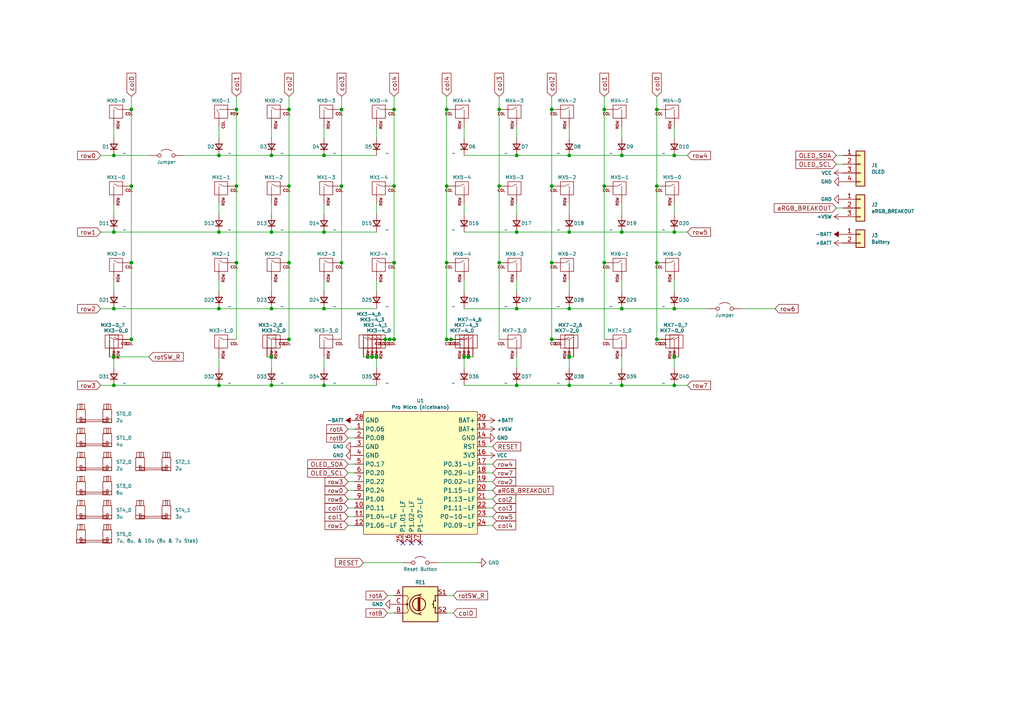
<source format=kicad_sch>
(kicad_sch (version 20230121) (generator eeschema)
  (paper "A4")
  (junction (at 93.98 111.76))
  (junction (at 83.82 76.2))
  (junction (at 107.95 103.505))
  (junction (at 38.1 76.2))
  (junction (at 149.86 67.31))
  (junction (at 149.86 111.76))
  (junction (at 33.02 111.76))
  (junction (at 175.26 76.2))
  (junction (at 144.78 31.75))
  (junction (at 190.5 98.425))
  (junction (at 180.34 67.31))
  (junction (at 165.1 103.505))
  (junction (at 180.34 89.535))
  (junction (at 93.98 67.31))
  (junction (at 63.5 89.535))
  (junction (at 149.86 89.535))
  (junction (at 144.78 53.975))
  (junction (at 129.54 76.2))
  (junction (at 129.54 98.425))
  (junction (at 99.06 31.75))
  (junction (at 190.5 53.975))
  (junction (at 111.76 98.425))
  (junction (at 93.98 89.535))
  (junction (at 106.68 103.505))
  (junction (at 195.58 67.31))
  (junction (at 149.86 45.085))
  (junction (at 68.58 53.975))
  (junction (at 114.3 31.75))
  (junction (at 78.74 89.535))
  (junction (at 114.3 53.975))
  (junction (at 160.02 98.425))
  (junction (at 38.1 53.975))
  (junction (at 83.82 98.425))
  (junction (at 190.5 31.75))
  (junction (at 175.26 31.75))
  (junction (at 33.02 89.535))
  (junction (at 83.82 53.975))
  (junction (at 78.74 45.085))
  (junction (at 78.74 103.505))
  (junction (at 160.02 76.2))
  (junction (at 129.54 53.975))
  (junction (at 134.62 103.505))
  (junction (at 195.58 45.085))
  (junction (at 33.02 103.505))
  (junction (at 33.02 45.085))
  (junction (at 129.54 31.75))
  (junction (at 195.58 89.535))
  (junction (at 109.22 103.505))
  (junction (at 180.34 45.085))
  (junction (at 78.74 67.31))
  (junction (at 114.3 98.425))
  (junction (at 144.78 76.2))
  (junction (at 135.89 103.505))
  (junction (at 165.1 45.085))
  (junction (at 99.06 76.2))
  (junction (at 190.5 76.2))
  (junction (at 195.58 111.76))
  (junction (at 165.1 111.76))
  (junction (at 160.02 31.75))
  (junction (at 130.81 98.425))
  (junction (at 165.1 89.535))
  (junction (at 99.06 53.975))
  (junction (at 78.74 111.76))
  (junction (at 114.3 76.2))
  (junction (at 165.1 67.31))
  (junction (at 38.1 98.425))
  (junction (at 160.02 53.975))
  (junction (at 63.5 67.31))
  (junction (at 63.5 111.76))
  (junction (at 180.34 111.76))
  (junction (at 113.03 98.425))
  (junction (at 83.82 31.75))
  (junction (at 175.26 53.975))
  (junction (at 195.58 103.505))
  (junction (at 38.1 31.75))
  (junction (at 93.98 45.085))
  (junction (at 68.58 76.2))
  (junction (at 63.5 45.085))
  (junction (at 33.02 67.31))
  (junction (at 68.58 31.75))
  (no_connect (at 119.38 157.48))
  (no_connect (at 121.92 157.48))
  (no_connect (at 116.84 157.48))
  (wire (pts (xy 109.22 81.28) (xy 109.22 84.455)))
  (wire (pts (xy 142.875 149.86) (xy 140.97 149.86)))
  (wire (pts (xy 175.26 53.975) (xy 175.26 76.2)))
  (wire (pts (xy 140.97 134.62) (xy 142.875 134.62)))
  (wire (pts (xy 83.82 27.94) (xy 83.82 31.75)))
  (wire (pts (xy 99.06 31.75) (xy 99.06 53.975)))
  (wire (pts (xy 100.965 137.16) (xy 102.87 137.16)))
  (wire (pts (xy 83.82 53.975) (xy 83.82 76.2)))
  (wire (pts (xy 129.54 27.94) (xy 129.54 31.75)))
  (wire (pts (xy 78.74 111.76) (xy 93.98 111.76)))
  (wire (pts (xy 111.76 98.425) (xy 113.03 98.425)))
  (wire (pts (xy 100.965 124.46) (xy 102.87 124.46)))
  (wire (pts (xy 180.34 89.535) (xy 195.58 89.535)))
  (wire (pts (xy 149.86 59.055) (xy 149.86 62.23)))
  (wire (pts (xy 165.1 45.085) (xy 180.34 45.085)))
  (wire (pts (xy 175.26 31.75) (xy 175.26 53.975)))
  (wire (pts (xy 134.62 89.535) (xy 149.86 89.535)))
  (wire (pts (xy 78.74 103.505) (xy 78.74 106.68)))
  (wire (pts (xy 100.965 144.78) (xy 102.87 144.78)))
  (wire (pts (xy 195.58 89.535) (xy 205.105 89.535)))
  (wire (pts (xy 195.58 36.83) (xy 195.58 40.005)))
  (wire (pts (xy 82.55 98.425) (xy 83.82 98.425)))
  (wire (pts (xy 78.74 89.535) (xy 93.98 89.535)))
  (wire (pts (xy 134.62 111.76) (xy 149.86 111.76)))
  (wire (pts (xy 160.02 27.94) (xy 160.02 31.75)))
  (wire (pts (xy 63.5 67.31) (xy 78.74 67.31)))
  (wire (pts (xy 100.965 152.4) (xy 102.87 152.4)))
  (wire (pts (xy 165.1 59.055) (xy 165.1 62.23)))
  (wire (pts (xy 190.5 53.975) (xy 190.5 76.2)))
  (wire (pts (xy 180.34 36.83) (xy 180.34 40.005)))
  (wire (pts (xy 144.78 31.75) (xy 144.78 53.975)))
  (wire (pts (xy 33.02 36.83) (xy 33.02 40.005)))
  (wire (pts (xy 36.83 98.425) (xy 38.1 98.425)))
  (wire (pts (xy 160.02 31.75) (xy 160.02 53.975)))
  (wire (pts (xy 114.3 76.2) (xy 114.3 98.425)))
  (wire (pts (xy 63.5 89.535) (xy 78.74 89.535)))
  (wire (pts (xy 144.78 53.975) (xy 144.78 76.2)))
  (wire (pts (xy 63.5 45.085) (xy 78.74 45.085)))
  (wire (pts (xy 242.57 47.625) (xy 244.475 47.625)))
  (wire (pts (xy 112.395 177.8) (xy 114.3 177.8)))
  (wire (pts (xy 190.5 27.94) (xy 190.5 31.75)))
  (wire (pts (xy 100.965 139.7) (xy 102.87 139.7)))
  (wire (pts (xy 78.74 59.055) (xy 78.74 62.23)))
  (wire (pts (xy 134.62 45.085) (xy 149.86 45.085)))
  (wire (pts (xy 99.06 27.94) (xy 99.06 31.75)))
  (wire (pts (xy 33.02 89.535) (xy 63.5 89.535)))
  (wire (pts (xy 33.02 59.055) (xy 33.02 62.23)))
  (wire (pts (xy 140.97 142.24) (xy 142.875 142.24)))
  (wire (pts (xy 134.62 81.28) (xy 134.62 84.455)))
  (wire (pts (xy 180.34 111.76) (xy 195.58 111.76)))
  (wire (pts (xy 180.34 103.505) (xy 180.34 106.68)))
  (wire (pts (xy 242.57 60.325) (xy 244.475 60.325)))
  (wire (pts (xy 149.86 111.76) (xy 165.1 111.76)))
  (wire (pts (xy 134.62 103.505) (xy 135.89 103.505)))
  (wire (pts (xy 29.21 67.31) (xy 33.02 67.31)))
  (wire (pts (xy 63.5 36.83) (xy 63.5 40.005)))
  (wire (pts (xy 33.02 45.085) (xy 43.18 45.085)))
  (wire (pts (xy 63.5 59.055) (xy 63.5 62.23)))
  (wire (pts (xy 93.98 67.31) (xy 109.22 67.31)))
  (wire (pts (xy 140.97 129.54) (xy 142.875 129.54)))
  (wire (pts (xy 68.58 76.2) (xy 68.58 98.425)))
  (wire (pts (xy 160.02 98.425) (xy 161.29 98.425)))
  (wire (pts (xy 38.1 53.975) (xy 38.1 76.2)))
  (wire (pts (xy 129.54 177.8) (xy 131.445 177.8)))
  (wire (pts (xy 33.02 111.76) (xy 63.5 111.76)))
  (wire (pts (xy 100.965 127) (xy 102.87 127)))
  (wire (pts (xy 93.98 81.28) (xy 93.98 84.455)))
  (wire (pts (xy 190.5 31.75) (xy 190.5 53.975)))
  (wire (pts (xy 93.98 36.83) (xy 93.98 40.005)))
  (wire (pts (xy 29.21 45.085) (xy 33.02 45.085)))
  (wire (pts (xy 99.06 53.975) (xy 99.06 76.2)))
  (wire (pts (xy 100.965 149.86) (xy 102.87 149.86)))
  (wire (pts (xy 180.34 59.055) (xy 180.34 62.23)))
  (wire (pts (xy 190.5 98.425) (xy 191.77 98.425)))
  (wire (pts (xy 242.57 45.085) (xy 244.475 45.085)))
  (wire (pts (xy 180.34 45.085) (xy 195.58 45.085)))
  (wire (pts (xy 68.58 31.75) (xy 68.58 53.975)))
  (wire (pts (xy 160.02 76.2) (xy 160.02 98.425)))
  (wire (pts (xy 107.95 103.505) (xy 109.22 103.505)))
  (wire (pts (xy 105.41 163.195) (xy 116.84 163.195)))
  (wire (pts (xy 195.58 81.28) (xy 195.58 84.455)))
  (wire (pts (xy 129.54 31.75) (xy 129.54 53.975)))
  (wire (pts (xy 53.34 45.085) (xy 63.5 45.085)))
  (wire (pts (xy 149.86 45.085) (xy 165.1 45.085)))
  (wire (pts (xy 130.81 98.425) (xy 132.08 98.425)))
  (wire (pts (xy 33.02 81.28) (xy 33.02 84.455)))
  (wire (pts (xy 38.1 31.75) (xy 38.1 53.975)))
  (wire (pts (xy 165.1 89.535) (xy 180.34 89.535)))
  (wire (pts (xy 142.875 144.78) (xy 140.97 144.78)))
  (wire (pts (xy 78.74 81.28) (xy 78.74 84.455)))
  (wire (pts (xy 83.82 76.2) (xy 83.82 98.425)))
  (wire (pts (xy 142.875 152.4) (xy 140.97 152.4)))
  (wire (pts (xy 78.74 67.31) (xy 93.98 67.31)))
  (wire (pts (xy 93.98 59.055) (xy 93.98 62.23)))
  (wire (pts (xy 93.98 111.76) (xy 109.22 111.76)))
  (wire (pts (xy 113.03 98.425) (xy 114.3 98.425)))
  (wire (pts (xy 109.22 59.055) (xy 109.22 62.23)))
  (wire (pts (xy 129.54 76.2) (xy 129.54 98.425)))
  (wire (pts (xy 149.86 89.535) (xy 165.1 89.535)))
  (wire (pts (xy 93.98 45.085) (xy 109.22 45.085)))
  (wire (pts (xy 175.26 76.2) (xy 175.26 98.425)))
  (wire (pts (xy 114.3 27.94) (xy 114.3 31.75)))
  (wire (pts (xy 144.78 27.94) (xy 144.78 31.75)))
  (wire (pts (xy 33.02 67.31) (xy 63.5 67.31)))
  (wire (pts (xy 110.49 98.425) (xy 111.76 98.425)))
  (wire (pts (xy 140.97 137.16) (xy 142.875 137.16)))
  (wire (pts (xy 38.1 27.94) (xy 38.1 31.75)))
  (wire (pts (xy 63.5 111.76) (xy 78.74 111.76)))
  (wire (pts (xy 114.3 53.975) (xy 114.3 76.2)))
  (wire (pts (xy 127 163.195) (xy 138.43 163.195)))
  (wire (pts (xy 165.1 103.505) (xy 165.1 106.68)))
  (wire (pts (xy 160.02 53.975) (xy 160.02 76.2)))
  (wire (pts (xy 190.5 76.2) (xy 190.5 98.425)))
  (wire (pts (xy 142.875 147.32) (xy 140.97 147.32)))
  (wire (pts (xy 165.1 67.31) (xy 180.34 67.31)))
  (wire (pts (xy 195.58 103.505) (xy 195.58 106.68)))
  (wire (pts (xy 93.98 89.535) (xy 109.22 89.535)))
  (wire (pts (xy 38.1 76.2) (xy 38.1 98.425)))
  (wire (pts (xy 33.02 103.505) (xy 33.02 106.68)))
  (wire (pts (xy 144.78 76.2) (xy 144.78 98.425)))
  (wire (pts (xy 129.54 172.72) (xy 131.445 172.72)))
  (wire (pts (xy 100.965 134.62) (xy 102.87 134.62)))
  (wire (pts (xy 112.395 172.72) (xy 114.3 172.72)))
  (wire (pts (xy 29.21 111.76) (xy 33.02 111.76)))
  (wire (pts (xy 33.02 103.505) (xy 43.18 103.505)))
  (wire (pts (xy 195.58 111.76) (xy 199.39 111.76)))
  (wire (pts (xy 29.21 89.535) (xy 33.02 89.535)))
  (wire (pts (xy 129.54 98.425) (xy 130.81 98.425)))
  (wire (pts (xy 78.74 36.83) (xy 78.74 40.005)))
  (wire (pts (xy 165.1 103.505) (xy 166.37 103.505)))
  (wire (pts (xy 100.965 147.32) (xy 102.87 147.32)))
  (wire (pts (xy 135.89 103.505) (xy 137.16 103.505)))
  (wire (pts (xy 149.86 81.28) (xy 149.86 84.455)))
  (wire (pts (xy 175.26 27.94) (xy 175.26 31.75)))
  (wire (pts (xy 149.86 36.83) (xy 149.86 40.005)))
  (wire (pts (xy 165.1 81.28) (xy 165.1 84.455)))
  (wire (pts (xy 195.58 67.31) (xy 199.39 67.31)))
  (wire (pts (xy 134.62 67.31) (xy 149.86 67.31)))
  (wire (pts (xy 140.97 139.7) (xy 142.875 139.7)))
  (wire (pts (xy 134.62 36.83) (xy 134.62 40.005)))
  (wire (pts (xy 195.58 45.085) (xy 199.39 45.085)))
  (wire (pts (xy 149.86 103.505) (xy 149.86 106.68)))
  (wire (pts (xy 63.5 81.28) (xy 63.5 84.455)))
  (wire (pts (xy 149.86 67.31) (xy 165.1 67.31)))
  (wire (pts (xy 106.68 103.505) (xy 107.95 103.505)))
  (wire (pts (xy 215.265 89.535) (xy 224.79 89.535)))
  (wire (pts (xy 77.47 103.505) (xy 78.74 103.505)))
  (wire (pts (xy 99.06 76.2) (xy 99.06 98.425)))
  (wire (pts (xy 105.41 103.505) (xy 106.68 103.505)))
  (wire (pts (xy 63.5 103.505) (xy 63.5 106.68)))
  (wire (pts (xy 68.58 27.94) (xy 68.58 31.75)))
  (wire (pts (xy 93.98 103.505) (xy 93.98 106.68)))
  (wire (pts (xy 68.58 53.975) (xy 68.58 76.2)))
  (wire (pts (xy 180.34 67.31) (xy 195.58 67.31)))
  (wire (pts (xy 78.74 45.085) (xy 93.98 45.085)))
  (wire (pts (xy 195.58 59.055) (xy 195.58 62.23)))
  (wire (pts (xy 83.82 31.75) (xy 83.82 53.975)))
  (wire (pts (xy 31.75 103.505) (xy 33.02 103.505)))
  (wire (pts (xy 100.965 142.24) (xy 102.87 142.24)))
  (wire (pts (xy 165.1 36.83) (xy 165.1 40.005)))
  (wire (pts (xy 165.1 111.76) (xy 180.34 111.76)))
  (wire (pts (xy 180.34 81.28) (xy 180.34 84.455)))
  (wire (pts (xy 114.3 31.75) (xy 114.3 53.975)))
  (wire (pts (xy 109.22 103.505) (xy 109.22 106.68)))
  (wire (pts (xy 134.62 103.505) (xy 134.62 106.68)))
  (wire (pts (xy 195.58 103.505) (xy 196.85 103.505)))
  (wire (pts (xy 109.22 36.83) (xy 109.22 40.005)))
  (wire (pts (xy 134.62 59.055) (xy 134.62 62.23)))
  (wire (pts (xy 129.54 53.975) (xy 129.54 76.2)))
  (global_label "rotB" (shape input) (at 112.395 177.8 180) (effects (font (size 1.2465 1.2465))) (property "Intersheetrefs" "${INTERSHEET_REFS}" (effects hide)))
  (global_label "RESET" (shape input) (at 105.41 163.195 180) (property "Intersheetrefs" "${INTERSHEET_REFS}" (effects hide)))
  (global_label "rotA" (shape input) (at 112.395 172.72 180) (effects (font (size 1.2835 1.2835))) (property "Intersheetrefs" "${INTERSHEET_REFS}" (effects hide)))
  (global_label "row3" (shape input) (at 29.21 111.76 180) (effects (font (size 1.236 1.236))) (property "Intersheetrefs" "${INTERSHEET_REFS}" (effects hide)))
  (global_label "col4" (shape input) (at 114.3 27.94 90) (effects (font (size 1.305 1.305))) (property "Intersheetrefs" "${INTERSHEET_REFS}" (effects hide)))
  (global_label "rotA" (shape input) (at 100.965 124.46 180) (effects (font (size 1.2835 1.2835))) (property "Intersheetrefs" "${INTERSHEET_REFS}" (effects hide)))
  (global_label "col2" (shape input) (at 160.02 27.94 90) (effects (font (size 1.305 1.305))) (property "Intersheetrefs" "${INTERSHEET_REFS}" (effects hide)))
  (global_label "row5" (shape input) (at 142.875 149.86 0) (effects (font (size 1.236 1.236))) (property "Intersheetrefs" "${INTERSHEET_REFS}" (effects hide)))
  (global_label "OLED_SCL" (shape input) (at 242.57 47.625 180) (effects (font (size 1.2765 1.2765))) (property "Intersheetrefs" "${INTERSHEET_REFS}" (effects hide)))
  (global_label "row5" (shape input) (at 199.39 67.31 0) (effects (font (size 1.236 1.236))) (property "Intersheetrefs" "${INTERSHEET_REFS}" (effects hide)))
  (global_label "row6" (shape input) (at 224.79 89.535 0) (effects (font (size 1.236 1.236))) (property "Intersheetrefs" "${INTERSHEET_REFS}" (effects hide)))
  (global_label "col3" (shape input) (at 99.06 27.94 90) (effects (font (size 1.305 1.305))) (property "Intersheetrefs" "${INTERSHEET_REFS}" (effects hide)))
  (global_label "row2" (shape input) (at 29.21 89.535 180) (effects (font (size 1.236 1.236))) (property "Intersheetrefs" "${INTERSHEET_REFS}" (effects hide)))
  (global_label "OLED_SCL" (shape input) (at 100.965 137.16 180) (effects (font (size 1.2765 1.2765))) (property "Intersheetrefs" "${INTERSHEET_REFS}" (effects hide)))
  (global_label "col4" (shape input) (at 129.54 27.94 90) (effects (font (size 1.305 1.305))) (property "Intersheetrefs" "${INTERSHEET_REFS}" (effects hide)))
  (global_label "row7" (shape input) (at 142.875 137.16 0) (effects (font (size 1.236 1.236))) (property "Intersheetrefs" "${INTERSHEET_REFS}" (effects hide)))
  (global_label "col2" (shape input) (at 142.875 144.78 0) (effects (font (size 1.305 1.305))) (property "Intersheetrefs" "${INTERSHEET_REFS}" (effects hide)))
  (global_label "col0" (shape input) (at 190.5 27.94 90) (effects (font (size 1.305 1.305))) (property "Intersheetrefs" "${INTERSHEET_REFS}" (effects hide)))
  (global_label "rotSW_R" (shape input) (at 131.445 172.72 0) (property "Intersheetrefs" "${INTERSHEET_REFS}" (effects hide)))
  (global_label "row2" (shape input) (at 142.875 139.7 0) (effects (font (size 1.236 1.236))) (property "Intersheetrefs" "${INTERSHEET_REFS}" (effects hide)))
  (global_label "row7" (shape input) (at 199.39 111.76 0) (effects (font (size 1.236 1.236))) (property "Intersheetrefs" "${INTERSHEET_REFS}" (effects hide)))
  (global_label "col0" (shape input) (at 131.445 177.8 0) (effects (font (size 1.305 1.305))) (property "Intersheetrefs" "${INTERSHEET_REFS}" (effects hide)))
  (global_label "col2" (shape input) (at 83.82 27.94 90) (effects (font (size 1.305 1.305))) (property "Intersheetrefs" "${INTERSHEET_REFS}" (effects hide)))
  (global_label "OLED_SDA" (shape input) (at 242.57 45.085 180) (property "Intersheetrefs" "${INTERSHEET_REFS}" (effects hide)))
  (global_label "col3" (shape input) (at 144.78 27.94 90) (effects (font (size 1.305 1.305))) (property "Intersheetrefs" "${INTERSHEET_REFS}" (effects hide)))
  (global_label "rotSW_R" (shape input) (at 43.18 103.505 0) (property "Intersheetrefs" "${INTERSHEET_REFS}" (effects hide)))
  (global_label "row1" (shape input) (at 100.965 152.4 180) (effects (font (size 1.236 1.236))) (property "Intersheetrefs" "${INTERSHEET_REFS}" (effects hide)))
  (global_label "RESET" (shape input) (at 142.875 129.54 0) (property "Intersheetrefs" "${INTERSHEET_REFS}" (effects hide)))
  (global_label "aRGB_BREAKOUT" (shape input) (at 142.875 142.24 0) (effects (font (size 1.236 1.236))) (property "Intersheetrefs" "${INTERSHEET_REFS}" (effects hide)))
  (global_label "col1" (shape input) (at 100.965 149.86 180) (effects (font (size 1.305 1.305))) (property "Intersheetrefs" "${INTERSHEET_REFS}" (effects hide)))
  (global_label "col0" (shape input) (at 100.965 147.32 180) (effects (font (size 1.305 1.305))) (property "Intersheetrefs" "${INTERSHEET_REFS}" (effects hide)))
  (global_label "row0" (shape input) (at 29.21 45.085 180) (effects (font (size 1.236 1.236))) (property "Intersheetrefs" "${INTERSHEET_REFS}" (effects hide)))
  (global_label "OLED_SDA" (shape input) (at 100.965 134.62 180) (property "Intersheetrefs" "${INTERSHEET_REFS}" (effects hide)))
  (global_label "col1" (shape input) (at 68.58 27.94 90) (effects (font (size 1.305 1.305))) (property "Intersheetrefs" "${INTERSHEET_REFS}" (effects hide)))
  (global_label "row6" (shape input) (at 100.965 144.78 180) (effects (font (size 1.236 1.236))) (property "Intersheetrefs" "${INTERSHEET_REFS}" (effects hide)))
  (global_label "row0" (shape input) (at 100.965 142.24 180) (effects (font (size 1.236 1.236))) (property "Intersheetrefs" "${INTERSHEET_REFS}" (effects hide)))
  (global_label "col4" (shape input) (at 142.875 152.4 0) (effects (font (size 1.305 1.305))) (property "Intersheetrefs" "${INTERSHEET_REFS}" (effects hide)))
  (global_label "col3" (shape input) (at 142.875 147.32 0) (effects (font (size 1.305 1.305))) (property "Intersheetrefs" "${INTERSHEET_REFS}" (effects hide)))
  (global_label "aRGB_BREAKOUT" (shape input) (at 242.57 60.325 180) (property "Intersheetrefs" "${INTERSHEET_REFS}" (effects hide)))
  (global_label "row4" (shape input) (at 199.39 45.085 0) (effects (font (size 1.236 1.236))) (property "Intersheetrefs" "${INTERSHEET_REFS}" (effects hide)))
  (global_label "col1" (shape input) (at 175.26 27.94 90) (effects (font (size 1.305 1.305))) (property "Intersheetrefs" "${INTERSHEET_REFS}" (effects hide)))
  (global_label "col0" (shape input) (at 38.1 27.94 90) (effects (font (size 1.305 1.305))) (property "Intersheetrefs" "${INTERSHEET_REFS}" (effects hide)))
  (global_label "row1" (shape input) (at 29.21 67.31 180) (effects (font (size 1.236 1.236))) (property "Intersheetrefs" "${INTERSHEET_REFS}" (effects hide)))
  (global_label "row4" (shape input) (at 142.875 134.62 0) (effects (font (size 1.236 1.236))) (property "Intersheetrefs" "${INTERSHEET_REFS}" (effects hide)))
  (global_label "rotB" (shape input) (at 100.965 127 180) (effects (font (size 1.2465 1.2465))) (property "Intersheetrefs" "${INTERSHEET_REFS}" (effects hide)))
  (global_label "row3" (shape input) (at 100.965 139.7 180) (effects (font (size 1.236 1.236))) (property "Intersheetrefs" "${INTERSHEET_REFS}" (effects hide)))
  (symbol (lib_id "PCM_marbastlib-mx:MX_stab") (at 27.305 120.015 0) (unit 1)
    (property "Reference" "ST0_0" (at 33.655 120.015 0) (effects (font (size 1 1)) (justify left)))
    (property "Value" "2u" (at 33.655 121.92 0) (effects (font (size 1 1)) (justify left)))
    (property "Footprint" "PCM_marbastlib-mx:STAB_MX_P_2u" (effects hide))
  )
  (symbol (lib_id "Shinkai_Library:MX_Switch") (at 133.35 99.695 0) (mirror y) (unit 1)
    (property "Reference" "MX7-4_0" (at 133.985 95.885 0) (effects (font (size 1 1))))
    (property "Footprint" "PCM_marbastlib-mx:SW_MX_1u" (effects hide))
    (property "Datasheet" "https://cdn.sparkfun.com/datasheets/Components/Switches/MX%20Series.pdf" (effects hide))
  )
  (symbol (lib_id "Shinkai_Library:MX_Switch") (at 95.25 55.245 0) (unit 1)
    (property "Reference" "MX1-3" (at 94.615 51.435 0) (effects (font (size 1 1))))
    (property "Footprint" "PCM_marbastlib-mx:SW_MX_1u" (effects hide))
    (property "Datasheet" "https://cdn.sparkfun.com/datasheets/Components/Switches/MX%20Series.pdf" (effects hide))
  )
  (symbol (lib_id "Shinkai_Library:MX_Switch") (at 78.74 99.695 0) (unit 1)
    (property "Reference" "MX3-2_6" (at 78.4225 94.2975 0) (effects (font (size 1 1))))
    (property "Footprint" "PCM_marbastlib-mx:SW_MX_1.25u" (effects hide))
    (property "Datasheet" "https://cdn.sparkfun.com/datasheets/Components/Switches/MX%20Series.pdf" (effects hide))
  )
  (symbol (lib_id "power:+BATT") (at 140.97 121.92 270) (unit 1)
    (property "Reference" "#PWR010" (effects hide))
    (property "Value" "+BATT" (at 144.145 121.92 90) (effects (font (size 1 1)) (justify left)))
  )
  (symbol (lib_id "Device:D_Small") (at 109.22 42.545 90) (unit 1)
    (property "Reference" "D5" (at 107.95 42.545 90) (effects (font (size 1 1)) (justify left)))
    (property "Value" "~" (at 111.76 44.45 90) (effects (justify right)))
    (property "Footprint" "Diode_SMD:D_SOD-123" (effects hide))
    (property "Sim.Device" "D" (effects hide))
    (property "Sim.Pins" "1=K 2=A" (effects hide))
  )
  (symbol (lib_id "power:-BATT") (at 102.87 121.92 90) (unit 1)
    (property "Reference" "#PWR014" (effects hide))
    (property "Value" "-BATT" (at 99.695 121.92 90) (effects (font (size 1 1)) (justify left)))
  )
  (symbol (lib_id "Device:D_Small") (at 149.86 86.995 270) (mirror x) (unit 1)
    (property "Reference" "D27" (at 151.13 86.995 90) (effects (font (size 1 1)) (justify left)))
    (property "Value" "~" (at 147.32 88.9 90) (effects (justify right)))
    (property "Footprint" "Diode_SMD:D_SOD-123" (effects hide))
    (property "Sim.Device" "D" (effects hide))
    (property "Sim.Pins" "1=K 2=A" (effects hide))
  )
  (symbol (lib_id "Shinkai_Library:MX_Switch") (at 80.01 99.695 0) (unit 1)
    (property "Reference" "MX3-2_0" (at 79.375 95.885 0) (effects (font (size 1 1))))
    (property "Footprint" "PCM_marbastlib-mx:SW_MX_1u" (effects hide))
    (property "Datasheet" "https://cdn.sparkfun.com/datasheets/Components/Switches/MX%20Series.pdf" (effects hide))
  )
  (symbol (lib_id "power:GND") (at 244.475 57.785 270) (unit 1)
    (property "Reference" "#PWR08" (effects hide))
    (property "Value" "GND" (at 241.3 57.785 90) (effects (font (size 1 1)) (justify right)))
  )
  (symbol (lib_id "Device:D_Small") (at 180.34 42.545 270) (mirror x) (unit 1)
    (property "Reference" "D9" (at 181.61 42.545 90) (effects (font (size 1 1)) (justify left)))
    (property "Value" "~" (at 177.8 44.45 90) (effects (justify right)))
    (property "Footprint" "Diode_SMD:D_SOD-123" (effects hide))
    (property "Sim.Device" "D" (effects hide))
    (property "Sim.Pins" "1=K 2=A" (effects hide))
  )
  (symbol (lib_id "PCM_marbastlib-mx:MX_stab") (at 44.45 147.955 0) (unit 1)
    (property "Reference" "ST4_1" (at 50.8 147.955 0) (effects (font (size 1 1)) (justify left)))
    (property "Value" "3u" (at 50.8 149.86 0) (effects (font (size 1 1)) (justify left)))
    (property "Footprint" "PCM_marbastlib-mx:STAB_MX_P_3u" (effects hide))
  )
  (symbol (lib_id "Shinkai_Library:MX_Switch") (at 148.59 33.02 0) (mirror y) (unit 1)
    (property "Reference" "MX4-3" (at 149.225 29.21 0) (effects (font (size 1 1))))
    (property "Footprint" "PCM_marbastlib-mx:SW_MX_1u" (effects hide))
    (property "Datasheet" "https://cdn.sparkfun.com/datasheets/Components/Switches/MX%20Series.pdf" (effects hide))
  )
  (symbol (lib_id "Shinkai_Library:MX_Switch") (at 106.68 99.695 0) (unit 1)
    (property "Reference" "MX3-4_6" (at 106.9975 91.1225 0) (effects (font (size 1 1))))
    (property "Footprint" "PCM_marbastlib-mx:SW_MX_1.75u" (effects hide))
    (property "Datasheet" "https://cdn.sparkfun.com/datasheets/Components/Switches/MX%20Series.pdf" (effects hide))
  )
  (symbol (lib_id "Device:D_Small") (at 195.58 86.995 270) (mirror x) (unit 1)
    (property "Reference" "D30" (at 196.85 86.995 90) (effects (font (size 1 1)) (justify left)))
    (property "Value" "~" (at 193.04 88.9 90) (effects (justify right)))
    (property "Footprint" "Diode_SMD:D_SOD-123" (effects hide))
    (property "Sim.Device" "D" (effects hide))
    (property "Sim.Pins" "1=K 2=A" (effects hide))
  )
  (symbol (lib_id "Shinkai_Library:MX_Switch") (at 163.83 55.245 0) (mirror y) (unit 1)
    (property "Reference" "MX5-2" (at 164.465 51.435 0) (effects (font (size 1 1))))
    (property "Footprint" "PCM_marbastlib-mx:SW_MX_1u" (effects hide))
    (property "Datasheet" "https://cdn.sparkfun.com/datasheets/Components/Switches/MX%20Series.pdf" (effects hide))
  )
  (symbol (lib_id "power:GND") (at 114.3 175.26 270) (unit 1)
    (property "Reference" "#PWR00" (effects hide))
    (property "Value" "GND" (at 111.125 175.26 90) (effects (font (size 1 1)) (justify right)))
  )
  (symbol (lib_id "Shinkai_Library:MX_Switch") (at 163.83 77.47 0) (mirror y) (unit 1)
    (property "Reference" "MX6-2" (at 164.465 73.66 0) (effects (font (size 1 1))))
    (property "Footprint" "PCM_marbastlib-mx:SW_MX_1u" (effects hide))
    (property "Datasheet" "https://cdn.sparkfun.com/datasheets/Components/Switches/MX%20Series.pdf" (effects hide))
  )
  (symbol (lib_id "Shinkai_Library:MX_Switch") (at 33.02 99.695 0) (unit 1)
    (property "Reference" "MX3-0_7" (at 32.7025 94.2975 0) (effects (font (size 1 1))))
    (property "Footprint" "PCM_marbastlib-mx:SW_MX_1.5u" (effects hide))
    (property "Datasheet" "https://cdn.sparkfun.com/datasheets/Components/Switches/MX%20Series.pdf" (effects hide))
  )
  (symbol (lib_id "Device:D_Small") (at 63.5 42.545 90) (unit 1)
    (property "Reference" "D2" (at 62.23 42.545 90) (effects (font (size 1 1)) (justify left)))
    (property "Value" "~" (at 66.04 44.45 90) (effects (justify right)))
    (property "Footprint" "Diode_SMD:D_SOD-123" (effects hide))
    (property "Sim.Device" "D" (effects hide))
    (property "Sim.Pins" "1=K 2=A" (effects hide))
  )
  (symbol (lib_id "PCM_marbastlib-promicroish:nice_nano") (at 121.92 138.43 0) (unit 1) (in_bom no)
    (property "Reference" "U1" (at 121.92 116.205 0) (effects (font (size 1 1))))
    (property "Value" "Pro Micro (nice!nano)" (at 121.92 118.11 0) (effects (font (size 1 1))))
    (property "Footprint" "PCM_marbastlib-xp-promicroish:nice_nano_AH_USBup" (effects hide))
    (property "Datasheet" "https://nicekeyboards.com/docs/nice-nano/pinout-schematic" (effects hide))
  )
  (symbol (lib_id "power:+BATT") (at 244.475 70.485 90) (unit 1)
    (property "Reference" "#PWR05" (effects hide))
    (property "Value" "+BATT" (at 241.3 70.485 90) (effects (font (size 1 1)) (justify left)))
  )
  (symbol (lib_id "Device:D_Small") (at 134.62 42.545 270) (mirror x) (unit 1)
    (property "Reference" "D6" (at 135.89 42.545 90) (effects (font (size 1 1)) (justify left)))
    (property "Value" "~" (at 132.08 44.45 90) (effects (justify right)))
    (property "Footprint" "Diode_SMD:D_SOD-123" (effects hide))
    (property "Sim.Device" "D" (effects hide))
    (property "Sim.Pins" "1=K 2=A" (effects hide))
  )
  (symbol (lib_id "Shinkai_Library:MX_Switch") (at 64.77 33.02 90) (mirror x) (unit 1)
    (property "Reference" "MX0-1" (at 64.135 29.21 90) (effects (font (size 1 1))))
    (property "Footprint" "PCM_marbastlib-mx:SW_MX_1u" (effects hide))
    (property "Datasheet" "https://cdn.sparkfun.com/datasheets/Components/Switches/MX%20Series.pdf" (effects hide))
  )
  (symbol (lib_id "Device:D_Small") (at 63.5 109.22 90) (unit 1)
    (property "Reference" "D32" (at 62.23 109.22 90) (effects (font (size 1 1)) (justify left)))
    (property "Value" "~" (at 66.04 111.125 90) (effects (justify right)))
    (property "Footprint" "Diode_SMD:D_SOD-123" (effects hide))
    (property "Sim.Device" "D" (effects hide))
    (property "Sim.Pins" "1=K 2=A" (effects hide))
  )
  (symbol (lib_id "Shinkai_Library:MX_Switch") (at 80.01 77.47 0) (unit 1)
    (property "Reference" "MX2-2" (at 79.375 73.66 0) (effects (font (size 1 1))))
    (property "Footprint" "PCM_marbastlib-mx:SW_MX_1u" (effects hide))
    (property "Datasheet" "https://cdn.sparkfun.com/datasheets/Components/Switches/MX%20Series.pdf" (effects hide))
  )
  (symbol (lib_id "Shinkai_Library:MX_Switch") (at 95.25 77.47 0) (unit 1)
    (property "Reference" "MX2-3" (at 94.615 73.66 0) (effects (font (size 1 1))))
    (property "Footprint" "PCM_marbastlib-mx:SW_MX_1u" (effects hide))
    (property "Datasheet" "https://cdn.sparkfun.com/datasheets/Components/Switches/MX%20Series.pdf" (effects hide))
  )
  (symbol (lib_id "Shinkai_Library:MX_Switch") (at 80.01 33.02 0) (unit 1)
    (property "Reference" "MX0-2" (at 79.375 29.21 0) (effects (font (size 1 1))))
    (property "Footprint" "PCM_marbastlib-mx:SW_MX_1u" (effects hide))
    (property "Datasheet" "https://cdn.sparkfun.com/datasheets/Components/Switches/MX%20Series.pdf" (effects hide))
  )
  (symbol (lib_id "Device:D_Small") (at 165.1 64.77 270) (mirror x) (unit 1)
    (property "Reference" "D18" (at 166.37 64.77 90) (effects (font (size 1 1)) (justify left)))
    (property "Value" "~" (at 162.56 66.675 90) (effects (justify right)))
    (property "Footprint" "Diode_SMD:D_SOD-123" (effects hide))
    (property "Sim.Device" "D" (effects hide))
    (property "Sim.Pins" "1=K 2=A" (effects hide))
  )
  (symbol (lib_id "power:VCC") (at 140.97 132.08 270) (unit 1)
    (property "Reference" "#PWR015" (effects hide))
    (property "Value" "VCC" (at 144.145 132.08 90) (effects (font (size 1 1)) (justify left)))
  )
  (symbol (lib_id "Device:D_Small") (at 195.58 109.22 270) (mirror x) (unit 1)
    (property "Reference" "D40" (at 196.85 109.22 90) (effects (font (size 1 1)) (justify left)))
    (property "Value" "~" (at 193.04 111.125 90) (effects (justify right)))
    (property "Footprint" "Diode_SMD:D_SOD-123" (effects hide))
    (property "Sim.Device" "D" (effects hide))
    (property "Sim.Pins" "1=K 2=A" (effects hide))
  )
  (symbol (lib_id "Device:D_Small") (at 63.5 64.77 90) (unit 1)
    (property "Reference" "D12" (at 62.23 64.77 90) (effects (font (size 1 1)) (justify left)))
    (property "Value" "~" (at 66.04 66.675 90) (effects (justify right)))
    (property "Footprint" "Diode_SMD:D_SOD-123" (effects hide))
    (property "Sim.Device" "D" (effects hide))
    (property "Sim.Pins" "1=K 2=A" (effects hide))
  )
  (symbol (lib_id "Shinkai_Library:MX_Switch") (at 110.49 99.695 0) (unit 1)
    (property "Reference" "MX3-4_0" (at 109.855 95.885 0) (effects (font (size 1 1))))
    (property "Footprint" "PCM_marbastlib-mx:SW_MX_1u" (effects hide))
    (property "Datasheet" "https://cdn.sparkfun.com/datasheets/Components/Switches/MX%20Series.pdf" (effects hide))
  )
  (symbol (lib_id "Device:D_Small") (at 195.58 42.545 270) (mirror x) (unit 1)
    (property "Reference" "D10" (at 196.85 42.545 90) (effects (font (size 1 1)) (justify left)))
    (property "Value" "~" (at 193.04 44.45 90) (effects (justify right)))
    (property "Footprint" "Diode_SMD:D_SOD-123" (effects hide))
    (property "Sim.Device" "D" (effects hide))
    (property "Sim.Pins" "1=K 2=A" (effects hide))
  )
  (symbol (lib_id "Shinkai_Library:MX_Switch") (at 195.58 99.695 0) (mirror y) (unit 1)
    (property "Reference" "MX7-0_7" (at 195.8975 94.2975 0) (effects (font (size 1 1))))
    (property "Footprint" "PCM_marbastlib-mx:SW_MX_1.5u" (effects hide))
    (property "Datasheet" "https://cdn.sparkfun.com/datasheets/Components/Switches/MX%20Series.pdf" (effects hide))
  )
  (symbol (lib_id "Shinkai_Library:MX_Switch") (at 80.01 55.245 0) (unit 1)
    (property "Reference" "MX1-2" (at 79.375 51.435 0) (effects (font (size 1 1))))
    (property "Footprint" "PCM_marbastlib-mx:SW_MX_1u" (effects hide))
    (property "Datasheet" "https://cdn.sparkfun.com/datasheets/Components/Switches/MX%20Series.pdf" (effects hide))
  )
  (symbol (lib_id "Shinkai_Library:MX_Switch") (at 148.59 77.47 0) (mirror y) (unit 1)
    (property "Reference" "MX6-3" (at 149.225 73.66 0) (effects (font (size 1 1))))
    (property "Footprint" "PCM_marbastlib-mx:SW_MX_1u" (effects hide))
    (property "Datasheet" "https://cdn.sparkfun.com/datasheets/Components/Switches/MX%20Series.pdf" (effects hide))
  )
  (symbol (lib_id "Device:D_Small") (at 149.86 64.77 270) (mirror x) (unit 1)
    (property "Reference" "D17" (at 151.13 64.77 90) (effects (font (size 1 1)) (justify left)))
    (property "Value" "~" (at 147.32 66.675 90) (effects (justify right)))
    (property "Footprint" "Diode_SMD:D_SOD-123" (effects hide))
    (property "Sim.Device" "D" (effects hide))
    (property "Sim.Pins" "1=K 2=A" (effects hide))
  )
  (symbol (lib_id "Device:D_Small") (at 93.98 64.77 90) (unit 1)
    (property "Reference" "D14" (at 92.71 64.77 90) (effects (font (size 1 1)) (justify left)))
    (property "Value" "~" (at 96.52 66.675 90) (effects (justify right)))
    (property "Footprint" "Diode_SMD:D_SOD-123" (effects hide))
    (property "Sim.Device" "D" (effects hide))
    (property "Sim.Pins" "1=K 2=A" (effects hide))
  )
  (symbol (lib_id "PCM_marbastlib-mx:MX_stab") (at 27.305 127 0) (unit 1)
    (property "Reference" "ST1_0" (at 33.655 127 0) (effects (font (size 1 1)) (justify left)))
    (property "Value" "4u" (at 33.655 128.905 0) (effects (font (size 1 1)) (justify left)))
    (property "Footprint" "Shinkai_Library:STAB_MX_P_4u" (effects hide))
  )
  (symbol (lib_id "Device:D_Small") (at 93.98 109.22 90) (unit 1)
    (property "Reference" "D34" (at 92.71 109.22 90) (effects (font (size 1 1)) (justify left)))
    (property "Value" "~" (at 96.52 111.125 90) (effects (justify right)))
    (property "Footprint" "Diode_SMD:D_SOD-123" (effects hide))
    (property "Sim.Device" "D" (effects hide))
    (property "Sim.Pins" "1=K 2=A" (effects hide))
  )
  (symbol (lib_id "Shinkai_Library:MX_Switch") (at 133.35 77.47 0) (mirror y) (unit 1)
    (property "Reference" "MX6-4" (at 133.985 73.66 0) (effects (font (size 1 1))))
    (property "Footprint" "PCM_marbastlib-mx:SW_MX_1u" (effects hide))
    (property "Datasheet" "https://cdn.sparkfun.com/datasheets/Components/Switches/MX%20Series.pdf" (effects hide))
  )
  (symbol (lib_id "power:GND") (at 138.43 163.195 90) (unit 1)
    (property "Reference" "#PWR06" (effects hide))
    (property "Value" "GND" (at 141.605 163.195 90) (effects (font (size 1 1)) (justify right)))
  )
  (symbol (lib_id "Device:D_Small") (at 33.02 109.22 90) (unit 1)
    (property "Reference" "D31" (at 31.75 109.22 90) (effects (font (size 1 1)) (justify left)))
    (property "Value" "~" (at 35.56 111.125 90) (effects (justify right)))
    (property "Footprint" "Diode_SMD:D_SOD-123" (effects hide))
    (property "Sim.Device" "D" (effects hide))
    (property "Sim.Pins" "1=K 2=A" (effects hide))
  )
  (symbol (lib_id "Device:D_Small") (at 195.58 64.77 270) (mirror x) (unit 1)
    (property "Reference" "D20" (at 196.85 64.77 90) (effects (font (size 1 1)) (justify left)))
    (property "Value" "~" (at 193.04 66.675 90) (effects (justify right)))
    (property "Footprint" "Diode_SMD:D_SOD-123" (effects hide))
    (property "Sim.Device" "D" (effects hide))
    (property "Sim.Pins" "1=K 2=A" (effects hide))
  )
  (symbol (lib_id "Device:D_Small") (at 109.22 109.22 90) (unit 1)
    (property "Reference" "D35" (at 107.95 109.22 90) (effects (font (size 1 1)) (justify left)))
    (property "Value" "~" (at 111.76 111.125 90) (effects (justify right)))
    (property "Footprint" "Diode_SMD:D_SOD-123" (effects hide))
    (property "Sim.Device" "D" (effects hide))
    (property "Sim.Pins" "1=K 2=A" (effects hide))
  )
  (symbol (lib_id "Device:D_Small") (at 180.34 64.77 270) (mirror x) (unit 1)
    (property "Reference" "D19" (at 181.61 64.77 90) (effects (font (size 1 1)) (justify left)))
    (property "Value" "~" (at 177.8 66.675 90) (effects (justify right)))
    (property "Footprint" "Diode_SMD:D_SOD-123" (effects hide))
    (property "Sim.Device" "D" (effects hide))
    (property "Sim.Pins" "1=K 2=A" (effects hide))
  )
  (symbol (lib_id "Shinkai_Library:MX_Switch") (at 148.59 55.245 0) (mirror y) (unit 1)
    (property "Reference" "MX5-3" (at 149.225 51.435 0) (effects (font (size 1 1))))
    (property "Footprint" "PCM_marbastlib-mx:SW_MX_1u" (effects hide))
    (property "Datasheet" "https://cdn.sparkfun.com/datasheets/Components/Switches/MX%20Series.pdf" (effects hide))
  )
  (symbol (lib_id "Device:D_Small") (at 33.02 42.545 90) (unit 1)
    (property "Reference" "D1" (at 31.75 42.545 90) (effects (font (size 1 1)) (justify left)))
    (property "Value" "~" (at 35.56 44.45 90) (effects (justify right)))
    (property "Footprint" "Diode_SMD:D_SOD-123" (effects hide))
    (property "Sim.Device" "D" (effects hide))
    (property "Sim.Pins" "1=K 2=A" (effects hide))
  )
  (symbol (lib_id "Shinkai_Library:MX_Switch") (at 95.25 33.02 0) (unit 1)
    (property "Reference" "MX0-3" (at 94.615 29.21 0) (effects (font (size 1 1))))
    (property "Footprint" "PCM_marbastlib-mx:SW_MX_1u" (effects hide))
    (property "Datasheet" "https://cdn.sparkfun.com/datasheets/Components/Switches/MX%20Series.pdf" (effects hide))
  )
  (symbol (lib_id "Shinkai_Library:MX_Switch") (at 34.29 77.47 0) (unit 1)
    (property "Reference" "MX2-0" (at 33.655 73.66 0) (effects (font (size 1 1))))
    (property "Footprint" "PCM_marbastlib-mx:SW_MX_1u" (effects hide))
    (property "Datasheet" "https://cdn.sparkfun.com/datasheets/Components/Switches/MX%20Series.pdf" (effects hide))
  )
  (symbol (lib_id "PCM_marbastlib-mx:MX_stab") (at 27.305 154.94 0) (unit 1)
    (property "Reference" "ST5_0" (at 33.655 154.94 0) (effects (font (size 1 1)) (justify left)))
    (property "Value" "7u, 8u, & 10u (8u & 7u Stab)" (at 33.655 156.845 0) (effects (font (size 1 1)) (justify left)))
    (property "Footprint" "PCM_marbastlib-mx:STAB_MX_P_10u" (effects hide))
  )
  (symbol (lib_id "Device:D_Small") (at 63.5 86.995 90) (unit 1)
    (property "Reference" "D22" (at 62.23 86.995 90) (effects (font (size 1 1)) (justify left)))
    (property "Value" "~" (at 66.04 88.9 90) (effects (justify right)))
    (property "Footprint" "Diode_SMD:D_SOD-123" (effects hide))
    (property "Sim.Device" "D" (effects hide))
    (property "Sim.Pins" "1=K 2=A" (effects hide))
  )
  (symbol (lib_id "power:GND") (at 102.87 132.08 270) (unit 1)
    (property "Reference" "#PWR09" (effects hide))
    (property "Value" "GND" (at 99.695 132.08 90) (effects (font (size 1 1)) (justify right)))
  )
  (symbol (lib_id "Shinkai_Library:MX_Switch") (at 34.29 55.245 0) (unit 1)
    (property "Reference" "MX1-0" (at 33.655 51.435 0) (effects (font (size 1 1))))
    (property "Footprint" "PCM_marbastlib-mx:SW_MX_1u" (effects hide))
    (property "Datasheet" "https://cdn.sparkfun.com/datasheets/Components/Switches/MX%20Series.pdf" (effects hide))
  )
  (symbol (lib_id "Shinkai_Library:MX_Switch") (at 110.49 77.47 0) (unit 1)
    (property "Reference" "MX2-4" (at 109.855 73.66 0) (effects (font (size 1 1))))
    (property "Footprint" "PCM_marbastlib-mx:SW_MX_1u" (effects hide))
    (property "Datasheet" "https://cdn.sparkfun.com/datasheets/Components/Switches/MX%20Series.pdf" (effects hide))
  )
  (symbol (lib_id "Jumper:Jumper_2_Open") (at 121.92 163.195 0) (unit 1)
    (property "Reference" "RESET0" (effects hide))
    (property "Value" "Reset Button" (at 121.92 165.1 0) (effects (font (size 1 1))))
    (property "Footprint" "PCM_marbastlib-various:SW_SPST_SKQG_WithStem" (effects hide))
  )
  (symbol (lib_id "PCM_marbastlib-mx:MX_stab") (at 44.45 133.985 0) (unit 1)
    (property "Reference" "ST2_1" (at 50.8 133.985 0) (effects (font (size 1 1)) (justify left)))
    (property "Value" "2u" (at 50.8 135.89 0) (effects (font (size 1 1)) (justify left)))
    (property "Footprint" "PCM_marbastlib-mx:STAB_MX_P_2u" (effects hide))
  )
  (symbol (lib_id "PCM_marbastlib-mx:MX_stab") (at 27.305 133.985 0) (unit 1)
    (property "Reference" "ST2_0" (at 33.655 133.985 0) (effects (font (size 1 1)) (justify left)))
    (property "Value" "2u" (at 33.655 135.89 0) (effects (font (size 1 1)) (justify left)))
    (property "Footprint" "PCM_marbastlib-mx:STAB_MX_P_2u" (effects hide))
  )
  (symbol (lib_id "Device:D_Small") (at 134.62 86.995 270) (mirror x) (unit 1)
    (property "Reference" "D26" (at 135.89 86.995 90) (effects (font (size 1 1)) (justify left)))
    (property "Value" "~" (at 132.08 88.9 90) (effects (justify right)))
    (property "Footprint" "Diode_SMD:D_SOD-123" (effects hide))
    (property "Sim.Device" "D" (effects hide))
    (property "Sim.Pins" "1=K 2=A" (effects hide))
  )
  (symbol (lib_id "power:+VSW") (at 140.97 124.46 270) (unit 1)
    (property "Reference" "#PWR016" (effects hide))
    (property "Value" "+VSW" (at 144.145 124.46 90) (effects (font (size 1 1)) (justify left)))
  )
  (symbol (lib_id "Shinkai_Library:MX_Switch") (at 64.77 99.695 0) (unit 1)
    (property "Reference" "MX3-1_0" (at 64.135 95.885 0) (effects (font (size 1 1))))
    (property "Footprint" "PCM_marbastlib-mx:SW_MX_1u" (effects hide))
    (property "Datasheet" "https://cdn.sparkfun.com/datasheets/Components/Switches/MX%20Series.pdf" (effects hide))
  )
  (symbol (lib_id "Device:D_Small") (at 78.74 109.22 90) (unit 1)
    (property "Reference" "D33" (at 77.47 109.22 90) (effects (font (size 1 1)) (justify left)))
    (property "Value" "~" (at 81.28 111.125 90) (effects (justify right)))
    (property "Footprint" "Diode_SMD:D_SOD-123" (effects hide))
    (property "Sim.Device" "D" (effects hide))
    (property "Sim.Pins" "1=K 2=A" (effects hide))
  )
  (symbol (lib_id "Jumper:Jumper_2_Open") (at 48.26 45.085 0) (unit 1)
    (property "Reference" "JUMPER1" (effects hide))
    (property "Value" "Jumper" (at 48.26 46.99 0) (effects (font (size 1 1))))
    (property "Footprint" "Resistor_SMD:R_1206_3216Metric" (effects hide))
  )
  (symbol (lib_id "Device:D_Small") (at 165.1 86.995 270) (mirror x) (unit 1)
    (property "Reference" "D28" (at 166.37 86.995 90) (effects (font (size 1 1)) (justify left)))
    (property "Value" "~" (at 162.56 88.9 90) (effects (justify right)))
    (property "Footprint" "Diode_SMD:D_SOD-123" (effects hide))
    (property "Sim.Device" "D" (effects hide))
    (property "Sim.Pins" "1=K 2=A" (effects hide))
  )
  (symbol (lib_id "Shinkai_Library:MX_Switch") (at 179.07 77.47 0) (mirror y) (unit 1)
    (property "Reference" "MX6-1" (at 179.705 73.66 0) (effects (font (size 1 1))))
    (property "Footprint" "PCM_marbastlib-mx:SW_MX_1u" (effects hide))
    (property "Datasheet" "https://cdn.sparkfun.com/datasheets/Components/Switches/MX%20Series.pdf" (effects hide))
  )
  (symbol (lib_id "Shinkai_Library:MX_Switch") (at 133.35 55.245 0) (mirror y) (unit 1)
    (property "Reference" "MX5-4" (at 133.985 51.435 0) (effects (font (size 1 1))))
    (property "Footprint" "PCM_marbastlib-mx:SW_MX_1u" (effects hide))
    (property "Datasheet" "https://cdn.sparkfun.com/datasheets/Components/Switches/MX%20Series.pdf" (effects hide))
  )
  (symbol (lib_id "Device:D_Small") (at 180.34 86.995 270) (mirror x) (unit 1)
    (property "Reference" "D29" (at 181.61 86.995 90) (effects (font (size 1 1)) (justify left)))
    (property "Value" "~" (at 177.8 88.9 90) (effects (justify right)))
    (property "Footprint" "Diode_SMD:D_SOD-123" (effects hide))
    (property "Sim.Device" "D" (effects hide))
    (property "Sim.Pins" "1=K 2=A" (effects hide))
  )
  (symbol (lib_id "Shinkai_Library:MX_Switch") (at 34.29 33.02 0) (unit 1)
    (property "Reference" "MX0-0" (at 33.655 29.21 0) (effects (font (size 1 1))))
    (property "Footprint" "PCM_marbastlib-mx:SW_MX_1u" (effects hide))
    (property "Datasheet" "https://cdn.sparkfun.com/datasheets/Components/Switches/MX%20Series.pdf" (effects hide))
  )
  (symbol (lib_id "Device:D_Small") (at 180.34 109.22 270) (mirror x) (unit 1)
    (property "Reference" "D39" (at 181.61 109.22 90) (effects (font (size 1 1)) (justify left)))
    (property "Value" "~" (at 177.8 111.125 90) (effects (justify right)))
    (property "Footprint" "Diode_SMD:D_SOD-123" (effects hide))
    (property "Sim.Device" "D" (effects hide))
    (property "Sim.Pins" "1=K 2=A" (effects hide))
  )
  (symbol (lib_id "Device:D_Small") (at 134.62 109.22 270) (mirror x) (unit 1)
    (property "Reference" "D36" (at 135.89 109.22 90) (effects (font (size 1 1)) (justify left)))
    (property "Value" "~" (at 132.08 111.125 90) (effects (justify right)))
    (property "Footprint" "Diode_SMD:D_SOD-123" (effects hide))
    (property "Sim.Device" "D" (effects hide))
    (property "Sim.Pins" "1=K 2=A" (effects hide))
  )
  (symbol (lib_id "power:GND") (at 244.475 52.705 270) (unit 1)
    (property "Reference" "#PWR01" (effects hide))
    (property "Value" "GND" (at 241.3 52.705 90) (effects (font (size 1 1)) (justify right)))
  )
  (symbol (lib_id "Device:D_Small") (at 78.74 64.77 90) (unit 1)
    (property "Reference" "D13" (at 77.47 64.77 90) (effects (font (size 1 1)) (justify left)))
    (property "Value" "~" (at 81.28 66.675 90) (effects (justify right)))
    (property "Footprint" "Diode_SMD:D_SOD-123" (effects hide))
    (property "Sim.Device" "D" (effects hide))
    (property "Sim.Pins" "1=K 2=A" (effects hide))
  )
  (symbol (lib_id "PCM_marbastlib-mx:MX_stab") (at 27.305 140.97 0) (unit 1)
    (property "Reference" "ST3_0" (at 33.655 140.97 0) (effects (font (size 1 1)) (justify left)))
    (property "Value" "6u" (at 33.655 142.875 0) (effects (font (size 1 1)) (justify left)))
    (property "Footprint" "PCM_marbastlib-mx:STAB_MX_P_6u" (effects hide))
  )
  (symbol (lib_id "Device:D_Small") (at 93.98 42.545 90) (unit 1)
    (property "Reference" "D4" (at 92.71 42.545 90) (effects (font (size 1 1)) (justify left)))
    (property "Value" "~" (at 96.52 44.45 90) (effects (justify right)))
    (property "Footprint" "Diode_SMD:D_SOD-123" (effects hide))
    (property "Sim.Device" "D" (effects hide))
    (property "Sim.Pins" "1=K 2=A" (effects hide))
  )
  (symbol (lib_id "Shinkai_Library:MX_Switch") (at 194.31 55.245 0) (mirror y) (unit 1)
    (property "Reference" "MX5-0" (at 194.945 51.435 0) (effects (font (size 1 1))))
    (property "Footprint" "PCM_marbastlib-mx:SW_MX_1u" (effects hide))
    (property "Datasheet" "https://cdn.sparkfun.com/datasheets/Components/Switches/MX%20Series.pdf" (effects hide))
  )
  (symbol (lib_id "Shinkai_Library:MX_Switch") (at 110.49 33.02 0) (unit 1)
    (property "Reference" "MX0-4" (at 109.855 29.21 0) (effects (font (size 1 1))))
    (property "Footprint" "PCM_marbastlib-mx:SW_MX_1u" (effects hide))
    (property "Datasheet" "https://cdn.sparkfun.com/datasheets/Components/Switches/MX%20Series.pdf" (effects hide))
  )
  (symbol (lib_id "power:+VSW") (at 244.475 62.865 90) (unit 1)
    (property "Reference" "#PWR03" (effects hide))
    (property "Value" "+VSW" (at 241.3 62.865 90) (effects (font (size 1 1)) (justify left)))
  )
  (symbol (lib_id "Shinkai_Library:MX_Switch") (at 133.35 33.02 0) (mirror y) (unit 1)
    (property "Reference" "MX4-4" (at 133.985 29.21 0) (effects (font (size 1 1))))
    (property "Footprint" "PCM_marbastlib-mx:SW_MX_1u" (effects hide))
    (property "Datasheet" "https://cdn.sparkfun.com/datasheets/Components/Switches/MX%20Series.pdf" (effects hide))
  )
  (symbol (lib_id "Device:D_Small") (at 134.62 64.77 270) (mirror x) (unit 1)
    (property "Reference" "D16" (at 135.89 64.77 90) (effects (font (size 1 1)) (justify left)))
    (property "Value" "~" (at 132.08 66.675 90) (effects (justify right)))
    (property "Footprint" "Diode_SMD:D_SOD-123" (effects hide))
    (property "Sim.Device" "D" (effects hide))
    (property "Sim.Pins" "1=K 2=A" (effects hide))
  )
  (symbol (lib_id "Device:D_Small") (at 78.74 42.545 90) (unit 1)
    (property "Reference" "D3" (at 77.47 42.545 90) (effects (font (size 1 1)) (justify left)))
    (property "Value" "~" (at 81.28 44.45 90) (effects (justify right)))
    (property "Footprint" "Diode_SMD:D_SOD-123" (effects hide))
    (property "Sim.Device" "D" (effects hide))
    (property "Sim.Pins" "1=K 2=A" (effects hide))
  )
  (symbol (lib_id "Device:D_Small") (at 165.1 42.545 270) (mirror x) (unit 1)
    (property "Reference" "D8" (at 166.37 42.545 90) (effects (font (size 1 1)) (justify left)))
    (property "Value" "~" (at 162.56 44.45 90) (effects (justify right)))
    (property "Footprint" "Diode_SMD:D_SOD-123" (effects hide))
    (property "Sim.Device" "D" (effects hide))
    (property "Sim.Pins" "1=K 2=A" (effects hide))
  )
  (symbol (lib_id "Shinkai_Library:MX_Switch") (at 194.31 77.47 0) (mirror y) (unit 1)
    (property "Reference" "MX6-0" (at 194.945 73.66 0) (effects (font (size 1 1))))
    (property "Footprint" "PCM_marbastlib-mx:SW_MX_1u" (effects hide))
    (property "Datasheet" "https://cdn.sparkfun.com/datasheets/Components/Switches/MX%20Series.pdf" (effects hide))
  )
  (symbol (lib_id "Device:D_Small") (at 149.86 42.545 270) (mirror x) (unit 1)
    (property "Reference" "D7" (at 151.13 42.545 90) (effects (font (size 1 1)) (justify left)))
    (property "Value" "~" (at 147.32 44.45 90) (effects (justify right)))
    (property "Footprint" "Diode_SMD:D_SOD-123" (effects hide))
    (property "Sim.Device" "D" (effects hide))
    (property "Sim.Pins" "1=K 2=A" (effects hide))
  )
  (symbol (lib_id "Shinkai_Library:MX_Switch") (at 95.25 99.695 0) (unit 1)
    (property "Reference" "MX3-3_0" (at 94.615 95.885 0) (effects (font (size 1 1))))
    (property "Footprint" "PCM_marbastlib-mx:SW_MX_1u" (effects hide))
    (property "Datasheet" "https://cdn.sparkfun.com/datasheets/Components/Switches/MX%20Series.pdf" (effects hide))
  )
  (symbol (lib_id "Device:D_Small") (at 149.86 109.22 270) (mirror x) (unit 1)
    (property "Reference" "D37" (at 151.13 109.22 90) (effects (font (size 1 1)) (justify left)))
    (property "Value" "~" (at 147.32 111.125 90) (effects (justify right)))
    (property "Footprint" "Diode_SMD:D_SOD-123" (effects hide))
    (property "Sim.Device" "D" (effects hide))
    (property "Sim.Pins" "1=K 2=A" (effects hide))
  )
  (symbol (lib_id "Connector_Generic:Conn_01x03") (at 249.555 60.325 0) (unit 1)
    (property "Reference" "J2" (at 252.73 59.3725 0) (effects (font (size 1 1)) (justify left)))
    (property "Value" "aRGB_BREAKOUT" (at 252.73 61.2775 0) (effects (font (size 1 1)) (justify left)))
    (property "Footprint" "Connector_PinHeader_2.54mm:PinHeader_1x03_P2.54mm_Vertical" (effects hide))
  )
  (symbol (lib_id "power:VCC") (at 244.475 50.165 90) (unit 1)
    (property "Reference" "#PWR02" (effects hide))
    (property "Value" "VCC" (at 241.3 50.165 90) (effects (font (size 1 1)) (justify left)))
  )
  (symbol (lib_id "Shinkai_Library:MX_Switch") (at 107.95 99.695 0) (unit 1)
    (property "Reference" "MX3-4_3" (at 107.95 92.71 0) (effects (font (size 1 1))))
    (property "Footprint" "PCM_marbastlib-mx:SW_MX_1u" (effects hide))
    (property "Datasheet" "https://cdn.sparkfun.com/datasheets/Components/Switches/MX%20Series.pdf" (effects hide))
  )
  (symbol (lib_id "Device:D_Small") (at 109.22 86.995 90) (unit 1)
    (property "Reference" "D25" (at 107.95 86.995 90) (effects (font (size 1 1)) (justify left)))
    (property "Value" "~" (at 111.76 88.9 90) (effects (justify right)))
    (property "Footprint" "Diode_SMD:D_SOD-123" (effects hide))
    (property "Sim.Device" "D" (effects hide))
    (property "Sim.Pins" "1=K 2=A" (effects hide))
  )
  (symbol (lib_id "Shinkai_Library:MX_Switch") (at 194.31 33.02 0) (mirror y) (unit 1)
    (property "Reference" "MX4-0" (at 194.945 29.21 0) (effects (font (size 1 1))))
    (property "Footprint" "PCM_marbastlib-mx:SW_MX_1u" (effects hide))
    (property "Datasheet" "https://cdn.sparkfun.com/datasheets/Components/Switches/MX%20Series.pdf" (effects hide))
  )
  (symbol (lib_id "Shinkai_Library:MX_Switch") (at 165.1 99.695 0) (mirror y) (unit 1)
    (property "Reference" "MX7-2_6" (at 165.4175 94.2975 0) (effects (font (size 1 1))))
    (property "Footprint" "PCM_marbastlib-mx:SW_MX_1.25u" (effects hide))
    (property "Datasheet" "https://cdn.sparkfun.com/datasheets/Components/Switches/MX%20Series.pdf" (effects hide))
  )
  (symbol (lib_id "Shinkai_Library:MX_Switch") (at 135.89 99.695 0) (mirror y) (unit 1)
    (property "Reference" "MX7-4_6" (at 136.2075 92.71 0) (effects (font (size 1 1))))
    (property "Footprint" "PCM_marbastlib-mx:SW_MX_1.75u" (effects hide))
    (property "Datasheet" "https://cdn.sparkfun.com/datasheets/Components/Switches/MX%20Series.pdf" (effects hide))
  )
  (symbol (lib_id "Shinkai_Library:MX_Switch") (at 134.62 99.695 0) (mirror y) (unit 1)
    (property "Reference" "MX7-4_3" (at 135.255 94.2975 0) (effects (font (size 1 1))))
    (property "Footprint" "PCM_marbastlib-mx:SW_MX_1u" (effects hide))
    (property "Datasheet" "https://cdn.sparkfun.com/datasheets/Components/Switches/MX%20Series.pdf" (effects hide))
  )
  (symbol (lib_id "Shinkai_Library:MX_Switch") (at 148.59 99.695 0) (mirror y) (unit 1)
    (property "Reference" "MX7-3_0" (at 149.225 95.885 0) (effects (font (size 1 1))))
    (property "Footprint" "PCM_marbastlib-mx:SW_MX_1u" (effects hide))
    (property "Datasheet" "https://cdn.sparkfun.com/datasheets/Components/Switches/MX%20Series.pdf" (effects hide))
  )
  (symbol (lib_id "Shinkai_Library:MX_Switch") (at 179.07 33.02 0) (mirror y) (unit 1)
    (property "Reference" "MX4-1" (at 179.705 29.21 0) (effects (font (size 1 1))))
    (property "Footprint" "PCM_marbastlib-mx:SW_MX_1u" (effects hide))
    (property "Datasheet" "https://cdn.sparkfun.com/datasheets/Components/Switches/MX%20Series.pdf" (effects hide))
  )
  (symbol (lib_id "PCM_marbastlib-mx:MX_stab") (at 27.305 147.955 0) (unit 1)
    (property "Reference" "ST4_0" (at 33.655 147.955 0) (effects (font (size 1 1)) (justify left)))
    (property "Value" "3u" (at 33.655 149.86 0) (effects (font (size 1 1)) (justify left)))
    (property "Footprint" "PCM_marbastlib-mx:STAB_MX_P_3u" (effects hide))
  )
  (symbol (lib_id "Shinkai_Library:MX_Switch") (at 194.31 99.695 0) (mirror y) (unit 1)
    (property "Reference" "MX7-0_0" (at 194.945 95.885 0) (effects (font (size 1 1))))
    (property "Footprint" "PCM_marbastlib-mx:SW_MX_1u" (effects hide))
    (property "Datasheet" "https://cdn.sparkfun.com/datasheets/Components/Switches/MX%20Series.pdf" (effects hide))
  )
  (symbol (lib_id "Shinkai_Library:MX_Switch") (at 64.77 55.245 0) (unit 1)
    (property "Reference" "MX1-1" (at 64.135 51.435 0) (effects (font (size 1 1))))
    (property "Footprint" "PCM_marbastlib-mx:SW_MX_1u" (effects hide))
    (property "Datasheet" "https://cdn.sparkfun.com/datasheets/Components/Switches/MX%20Series.pdf" (effects hide))
  )
  (symbol (lib_id "Shinkai_Library:MX_Switch") (at 64.77 77.47 0) (unit 1)
    (property "Reference" "MX2-1" (at 64.135 73.66 0) (effects (font (size 1 1))))
    (property "Footprint" "PCM_marbastlib-mx:SW_MX_1u" (effects hide))
    (property "Datasheet" "https://cdn.sparkfun.com/datasheets/Components/Switches/MX%20Series.pdf" (effects hide))
  )
  (symbol (lib_id "Shinkai_Library:MX_Switch") (at 179.07 99.695 0) (mirror y) (unit 1)
    (property "Reference" "MX7-1_0" (at 179.705 95.885 0) (effects (font (size 1 1))))
    (property "Footprint" "PCM_marbastlib-mx:SW_MX_1u" (effects hide))
    (property "Datasheet" "https://cdn.sparkfun.com/datasheets/Components/Switches/MX%20Series.pdf" (effects hide))
  )
  (symbol (lib_id "Shinkai_Library:MX_Switch") (at 179.07 55.245 0) (mirror y) (unit 1)
    (property "Reference" "MX5-1" (at 179.705 51.435 0) (effects (font (size 1 1))))
    (property "Footprint" "PCM_marbastlib-mx:SW_MX_1u" (effects hide))
    (property "Datasheet" "https://cdn.sparkfun.com/datasheets/Components/Switches/MX%20Series.pdf" (effects hide))
  )
  (symbol (lib_id "power:-BATT") (at 244.475 67.945 90) (unit 1)
    (property "Reference" "#PWR04" (effects hide))
    (property "Value" "-BATT" (at 241.3 67.945 90) (effects (font (size 1 1)) (justify left)))
  )
  (symbol (lib_id "Shinkai_Library:MX_Switch") (at 163.83 99.695 0) (mirror y) (unit 1)
    (property "Reference" "MX7-2_0" (at 164.465 95.885 0) (effects (font (size 1 1))))
    (property "Footprint" "PCM_marbastlib-mx:SW_MX_1u" (effects hide))
    (property "Datasheet" "https://cdn.sparkfun.com/datasheets/Components/Switches/MX%20Series.pdf" (effects hide))
  )
  (symbol (lib_id "power:GND") (at 102.87 129.54 270) (unit 1)
    (property "Reference" "#PWR07" (effects hide))
    (property "Value" "GND" (at 99.695 129.54 90) (effects (font (size 1 1)) (justify right)))
  )
  (symbol (lib_id "Device:RotaryEncoder_Switch") (at 121.92 175.26 0) (unit 1)
    (property "Reference" "RE1" (at 121.92 168.91 0) (effects (font (size 1 1))))
    (property "Value" "Rotary Encoder" (effects hide))
    (property "Footprint" "PCM_marbastlib-various:ROT_Alps_EC11E-Switch" (effects hide))
  )
  (symbol (lib_id "Device:D_Small") (at 33.02 86.995 90) (unit 1)
    (property "Reference" "D21" (at 31.75 86.995 90) (effects (font (size 1 1)) (justify left)))
    (property "Value" "~" (at 35.56 88.9 90) (effects (justify right)))
    (property "Footprint" "Diode_SMD:D_SOD-123" (effects hide))
    (property "Sim.Device" "D" (effects hide))
    (property "Sim.Pins" "1=K 2=A" (effects hide))
  )
  (symbol (lib_id "Device:D_Small") (at 78.74 86.995 90) (unit 1)
    (property "Reference" "D23" (at 77.47 86.995 90) (effects (font (size 1 1)) (justify left)))
    (property "Value" "~" (at 81.28 88.9 90) (effects (justify right)))
    (property "Footprint" "Diode_SMD:D_SOD-123" (effects hide))
    (property "Sim.Device" "D" (effects hide))
    (property "Sim.Pins" "1=K 2=A" (effects hide))
  )
  (symbol (lib_id "Shinkai_Library:MX_Switch") (at 163.83 33.02 0) (mirror y) (unit 1)
    (property "Reference" "MX4-2" (at 164.465 29.21 0) (effects (font (size 1 1))))
    (property "Footprint" "PCM_marbastlib-mx:SW_MX_1u" (effects hide))
    (property "Datasheet" "https://cdn.sparkfun.com/datasheets/Components/Switches/MX%20Series.pdf" (effects hide))
  )
  (symbol (lib_id "Shinkai_Library:MX_Switch") (at 34.29 99.695 0) (unit 1)
    (property "Reference" "MX3-0_0" (at 33.655 95.885 0) (effects (font (size 1 1))))
    (property "Footprint" "PCM_marbastlib-mx:SW_MX_1u" (effects hide))
    (property "Datasheet" "https://cdn.sparkfun.com/datasheets/Components/Switches/MX%20Series.pdf" (effects hide))
  )
  (symbol (lib_id "Device:D_Small") (at 165.1 109.22 270) (mirror x) (unit 1)
    (property "Reference" "D38" (at 166.37 109.22 90) (effects (font (size 1 1)) (justify left)))
    (property "Value" "~" (at 162.56 111.125 90) (effects (justify right)))
    (property "Footprint" "Diode_SMD:D_SOD-123" (effects hide))
    (property "Sim.Device" "D" (effects hide))
    (property "Sim.Pins" "1=K 2=A" (effects hide))
  )
  (symbol (lib_id "Connector_Generic:Conn_01x04") (at 249.555 47.625 0) (unit 1)
    (property "Reference" "J1" (at 252.73 47.9425 0) (effects (font (size 1 1)) (justify left)))
    (property "Value" "OLED" (at 252.73 49.8475 0) (effects (font (size 1 1)) (justify left)))
    (property "Footprint" "Connector_PinHeader_2.54mm:PinHeader_1x04_P2.54mm_Vertical" (effects hide))
  )
  (symbol (lib_id "Shinkai_Library:MX_Switch") (at 109.22 99.695 0) (unit 1)
    (property "Reference" "MX3-4_1" (at 108.9025 94.2975 0) (effects (font (size 1 1))))
    (property "Footprint" "PCM_marbastlib-mx:SW_MX_1u" (effects hide))
    (property "Datasheet" "https://cdn.sparkfun.com/datasheets/Components/Switches/MX%20Series.pdf" (effects hide))
  )
  (symbol (lib_id "Connector_Generic:Conn_01x02") (at 249.555 67.945 0) (unit 1)
    (property "Reference" "J3" (at 252.73 68.2625 0) (effects (font (size 1 1)) (justify left)))
    (property "Value" "Battery" (at 252.73 70.1675 0) (effects (font (size 1 1)) (justify left)))
    (property "Footprint" "Connector_PinSocket_2.54mm:PinSocket_1x02_P2.54mm_Vertical" (effects hide))
  )
  (symbol (lib_id "power:GND") (at 140.97 127 90) (unit 1)
    (property "Reference" "#PWR011" (effects hide))
    (property "Value" "GND" (at 144.145 127 90) (effects (font (size 1 1)) (justify right)))
  )
  (symbol (lib_id "Shinkai_Library:MX_Switch") (at 110.49 55.245 0) (unit 1)
    (property "Reference" "MX1-4" (at 109.855 51.435 0) (effects (font (size 1 1))))
    (property "Footprint" "PCM_marbastlib-mx:SW_MX_1u" (effects hide))
    (property "Datasheet" "https://cdn.sparkfun.com/datasheets/Components/Switches/MX%20Series.pdf" (effects hide))
  )
  (symbol (lib_id "Jumper:Jumper_2_Open") (at 210.185 89.535 0) (unit 1)
    (property "Reference" "JUMPER2" (effects hide))
    (property "Value" "Jumper" (at 210.185 91.44 0) (effects (font (size 1 1))))
    (property "Footprint" "Resistor_SMD:R_1206_3216Metric" (effects hide))
  )
  (symbol (lib_id "Device:D_Small") (at 109.22 64.77 90) (unit 1)
    (property "Reference" "D15" (at 107.95 64.77 90) (effects (font (size 1 1)) (justify left)))
    (property "Value" "~" (at 111.76 66.675 90) (effects (justify right)))
    (property "Footprint" "Diode_SMD:D_SOD-123" (effects hide))
    (property "Sim.Device" "D" (effects hide))
    (property "Sim.Pins" "1=K 2=A" (effects hide))
  )
  (symbol (lib_id "Device:D_Small") (at 93.98 86.995 90) (unit 1)
    (property "Reference" "D24" (at 92.71 86.995 90) (effects (font (size 1 1)) (justify left)))
    (property "Value" "~" (at 96.52 88.9 90) (effects (justify right)))
    (property "Footprint" "Diode_SMD:D_SOD-123" (effects hide))
    (property "Sim.Device" "D" (effects hide))
    (property "Sim.Pins" "1=K 2=A" (effects hide))
  )
  (symbol (lib_id "Device:D_Small") (at 33.02 64.77 90) (unit 1)
    (property "Reference" "D11" (at 31.75 64.77 90) (effects (font (size 1 1)) (justify left)))
    (property "Value" "~" (at 35.56 66.675 90) (effects (justify right)))
    (property "Footprint" "Diode_SMD:D_SOD-123" (effects hide))
    (property "Sim.Device" "D" (effects hide))
    (property "Sim.Pins" "1=K 2=A" (effects hide))
  )
)
</source>
